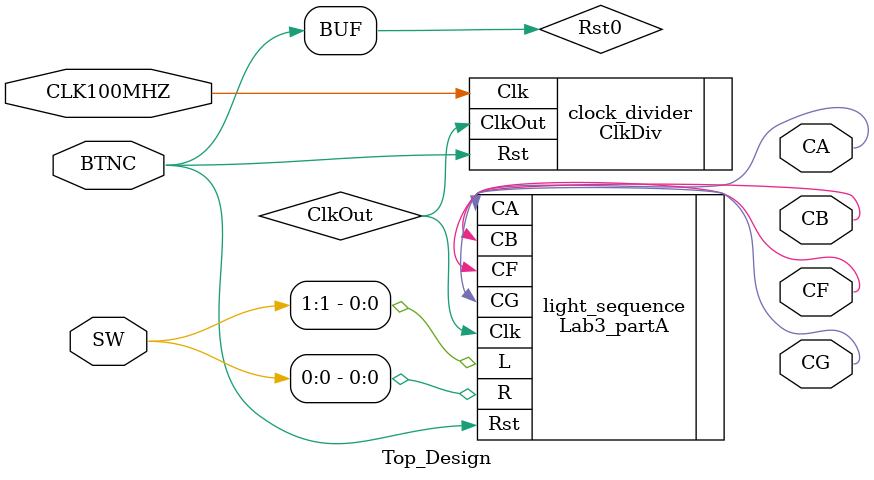
<source format=v>

/*
`timescale 1ns / 1ps

module Top_Design(CLK100MHZ, BTNC, SW, CA, CB, CF, CG);
    input CLK100MHZ, BTNC;
    input [1:0] SW; //SW[1] is L, SW[0] is R
    output CA, CB, CF, CG;
        
	//start writing your code below by instantiating the components
	//used for lab 3 top-level design which are ClkDiv and the light-sequence generator
	

    
endmodule
*/
`timescale 1ns / 1ps
/*
module Top_Design(
    input CLK100MHZ,
    input BTNC,
    input [1:0] SW, //SW[1] is L, SW[0] is R
    output reg CA,
    output reg CB,
    output reg CF,
    output reg CG
);

*/


module Top_Design(CLK100MHZ, BTNC, SW, CA, CB, CF, CG);

    input CLK100MHZ, BTNC;
    input [1:0] SW; //SW[1] is L, SW[0] is R
    output CA, CB, CF, CG;
    
    wire ClkOut;     // Connecting to ClkDiv's output
    wire Rst0 = BTNC; // Assuming you want to use the BTNC button for reset

    // initiating the ClkDiv component
    ClkDiv clock_divider (
        .Clk(CLK100MHZ),
        .Rst(Rst0),
        .ClkOut(ClkOut)
    );
    
        Lab3_partA light_sequence (
        .Clk(ClkOut),
        .Rst(Rst0),
        .L(SW[1]),
        .R(SW[0]),
        .CA(CA),
        .CB(CB),
        .CF(CF),
        .CG(CG)
    );
    
    
    
    /*
    
        // Define the states using local parameters
    localparam OFF_STATE = 3'b000; //when off
    localparam ALL_ON_STATE = 3'b001; //when on
    localparam A_ON = 3'b010; //A on
    localparam A_F_ON = 3'b011; //A & F on
    localparam A_F_G_ON = 3'b100; // A & F & G on
    localparam A_F_G_B_ON = 3'b101; //A & F & G & B on
    localparam B_ON = 3'b110; //B on 
    localparam G_ON = 3'b111; // G on

    reg [2:0] state, next_state;
    
    
    
    
//Begin with off state if Rest or move on to next stae
    always @(posedge CLK100MHZ or posedge BTNC) begin
        if (BTNC)
            state <= OFF_STATE;
        else
            state <= next_state;
    end

    // Defining different state logics
    always @(*) begin
        case (state)
            OFF_STATE:
                if (SW[1] & SW[0])
                    next_state <= ALL_ON_STATE;
                else if (SW[1] & ~SW[0])
                    next_state <= A_ON;
                else if (~SW[1] & SW[0])
                    next_state <= B_ON;
                else
                    next_state <= OFF_STATE;

            ALL_ON_STATE:
                if (SW[1] & SW[0])
                    next_state <= OFF_STATE;
                else
                    next_state <= OFF_STATE;

            A_ON:
                if (SW[1] & ~SW[0])
                    next_state <= A_F_ON;
                else
                    next_state <= OFF_STATE;

            A_F_ON:
                if (SW[1] & ~SW[0])
                    next_state <= A_F_G_ON;
                else
                    next_state <= OFF_STATE;

            A_F_G_ON:
                if (SW[1] & ~SW[0])
                    next_state <= A_F_G_B_ON;
                else
                    next_state <= OFF_STATE;

            A_F_G_B_ON:
                if (SW[1] & ~SW[0])
                    next_state <= A_ON;
                else
                    next_state <= OFF_STATE;

            B_ON:
                if (~SW[1] & SW[0])
                    next_state <= G_ON;
                else
                    next_state <= OFF_STATE;

            G_ON:
                if (~SW[1] & SW[0])
                    next_state <= A_ON;  
                else
                    next_state <= OFF_STATE;

            default: next_state <= OFF_STATE;

        endcase
        //Different combinations for our states
        CA = (state == A_ON || state == A_F_ON || state == A_F_G_ON ||state == A_F_G_B_ON || state == ALL_ON_STATE) ? 0 : 1;
        CB = (state == A_F_G_B_ON || state == ALL_ON_STATE || state ==B_ON) ? 0 : 1;
        CF = (state == A_F_ON || state == A_F_G_ON || state ==A_F_G_B_ON || state == ALL_ON_STATE) ? 0 : 1;
        CG = (state == A_F_G_ON || state == A_F_G_B_ON || state ==ALL_ON_STATE || state == G_ON) ? 0 : 1;
    end


*/
endmodule
</source>
